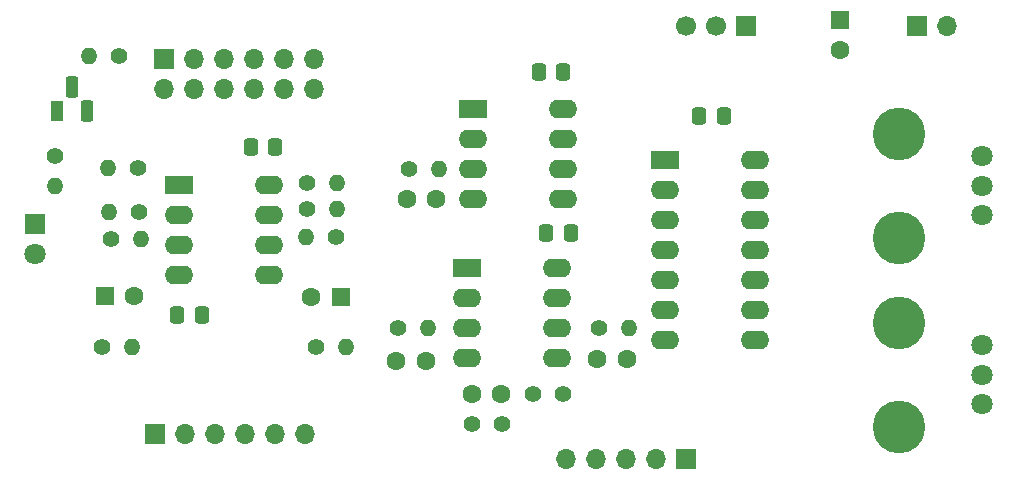
<source format=gbs>
%TF.GenerationSoftware,KiCad,Pcbnew,9.0.3*%
%TF.CreationDate,2025-07-27T11:41:57+09:00*%
%TF.ProjectId,LFOSeparate,4c464f53-6570-4617-9261-74652e6b6963,rev?*%
%TF.SameCoordinates,Original*%
%TF.FileFunction,Soldermask,Bot*%
%TF.FilePolarity,Negative*%
%FSLAX46Y46*%
G04 Gerber Fmt 4.6, Leading zero omitted, Abs format (unit mm)*
G04 Created by KiCad (PCBNEW 9.0.3) date 2025-07-27 11:41:57*
%MOMM*%
%LPD*%
G01*
G04 APERTURE LIST*
G04 Aperture macros list*
%AMRoundRect*
0 Rectangle with rounded corners*
0 $1 Rounding radius*
0 $2 $3 $4 $5 $6 $7 $8 $9 X,Y pos of 4 corners*
0 Add a 4 corners polygon primitive as box body*
4,1,4,$2,$3,$4,$5,$6,$7,$8,$9,$2,$3,0*
0 Add four circle primitives for the rounded corners*
1,1,$1+$1,$2,$3*
1,1,$1+$1,$4,$5*
1,1,$1+$1,$6,$7*
1,1,$1+$1,$8,$9*
0 Add four rect primitives between the rounded corners*
20,1,$1+$1,$2,$3,$4,$5,0*
20,1,$1+$1,$4,$5,$6,$7,0*
20,1,$1+$1,$6,$7,$8,$9,0*
20,1,$1+$1,$8,$9,$2,$3,0*%
G04 Aperture macros list end*
%ADD10C,1.600000*%
%ADD11R,1.600000X1.600000*%
%ADD12C,1.400000*%
%ADD13O,1.400000X1.400000*%
%ADD14R,1.700000X1.700000*%
%ADD15C,1.700000*%
%ADD16O,1.700000X1.700000*%
%ADD17R,2.400000X1.600000*%
%ADD18O,2.400000X1.600000*%
%ADD19R,1.800000X1.800000*%
%ADD20C,1.800000*%
%ADD21C,4.455000*%
%ADD22R,1.100000X1.800000*%
%ADD23RoundRect,0.275000X-0.275000X-0.625000X0.275000X-0.625000X0.275000X0.625000X-0.275000X0.625000X0*%
%ADD24RoundRect,0.250000X0.337500X0.475000X-0.337500X0.475000X-0.337500X-0.475000X0.337500X-0.475000X0*%
%ADD25RoundRect,0.250000X-0.337500X-0.475000X0.337500X-0.475000X0.337500X0.475000X-0.337500X0.475000X0*%
G04 APERTURE END LIST*
D10*
%TO.C,C3*%
X123917000Y-66304000D03*
X121417000Y-66304000D03*
%TD*%
D11*
%TO.C,C9*%
X116688000Y-60950000D03*
D10*
X114188000Y-60950000D03*
%TD*%
D12*
%TO.C,R5*%
X97220000Y-55997000D03*
D13*
X99760000Y-55997000D03*
%TD*%
D14*
%TO.C,J3*%
X151015000Y-37975000D03*
D15*
X148475000Y-37975000D03*
X145935000Y-37975000D03*
%TD*%
D14*
%TO.C,J5*%
X100965000Y-72517000D03*
D16*
X103505000Y-72517000D03*
X106045000Y-72517000D03*
X108585000Y-72517000D03*
X111125000Y-72517000D03*
X113665000Y-72517000D03*
%TD*%
D17*
%TO.C,IC3*%
X127874000Y-44968000D03*
D18*
X127874000Y-47508000D03*
X127874000Y-50048000D03*
X127874000Y-52588000D03*
X135494000Y-52588000D03*
X135494000Y-50048000D03*
X135494000Y-47508000D03*
X135494000Y-44968000D03*
%TD*%
D12*
%TO.C,R2*%
X138542000Y-63510000D03*
D13*
X141082000Y-63510000D03*
%TD*%
D19*
%TO.C,D2*%
X90800000Y-54760000D03*
D20*
X90800000Y-57300000D03*
%TD*%
D12*
%TO.C,R12*%
X97900000Y-40500000D03*
D13*
X95360000Y-40500000D03*
%TD*%
D12*
%TO.C,R11*%
X113857000Y-53500000D03*
D13*
X116397000Y-53500000D03*
%TD*%
D11*
%TO.C,C8*%
X96702000Y-60833000D03*
D10*
X99202000Y-60833000D03*
%TD*%
D12*
%TO.C,R1*%
X121524000Y-63510000D03*
D13*
X124064000Y-63510000D03*
%TD*%
D12*
%TO.C,R13*%
X92500000Y-49000000D03*
D13*
X92500000Y-51540000D03*
%TD*%
D12*
%TO.C,R6*%
X99660000Y-53711000D03*
D13*
X97120000Y-53711000D03*
%TD*%
D20*
%TO.C,VR1*%
X171000000Y-70000000D03*
X171000000Y-67500000D03*
X171000000Y-65000000D03*
D21*
X164000000Y-71900000D03*
X164000000Y-63100000D03*
%TD*%
D14*
%TO.C,J1*%
X145923000Y-74676000D03*
D16*
X143383000Y-74676000D03*
X140843000Y-74676000D03*
X138303000Y-74676000D03*
X135763000Y-74676000D03*
%TD*%
D17*
%TO.C,IC2*%
X127366000Y-58430000D03*
D18*
X127366000Y-60970000D03*
X127366000Y-63510000D03*
X127366000Y-66050000D03*
X134986000Y-66050000D03*
X134986000Y-63510000D03*
X134986000Y-60970000D03*
X134986000Y-58430000D03*
%TD*%
D22*
%TO.C,Q1*%
X92660000Y-45200000D03*
D23*
X93930000Y-43130000D03*
X95200000Y-45200000D03*
%TD*%
D12*
%TO.C,R9*%
X114619000Y-65141000D03*
D13*
X117159000Y-65141000D03*
%TD*%
D12*
%TO.C,R7*%
X99540000Y-50000000D03*
D13*
X97000000Y-50000000D03*
%TD*%
D12*
%TO.C,R14*%
X132980000Y-69100000D03*
X135520000Y-69100000D03*
%TD*%
%TO.C,R8*%
X113857000Y-51298000D03*
D13*
X116397000Y-51298000D03*
%TD*%
D17*
%TO.C,IC1*%
X144130000Y-49286000D03*
D18*
X144130000Y-51826000D03*
X144130000Y-54366000D03*
X144130000Y-56906000D03*
X144130000Y-59446000D03*
X144130000Y-61986000D03*
X144130000Y-64526000D03*
X151750000Y-64526000D03*
X151750000Y-61986000D03*
X151750000Y-59446000D03*
X151750000Y-56906000D03*
X151750000Y-54366000D03*
X151750000Y-51826000D03*
X151750000Y-49286000D03*
%TD*%
D10*
%TO.C,C5*%
X124806000Y-52588000D03*
X122306000Y-52588000D03*
%TD*%
D12*
%TO.C,R10*%
X116300000Y-55800000D03*
D13*
X113760000Y-55800000D03*
%TD*%
D12*
%TO.C,R15*%
X127800000Y-71700000D03*
X130340000Y-71700000D03*
%TD*%
D10*
%TO.C,C4*%
X138435000Y-66177000D03*
X140935000Y-66177000D03*
%TD*%
D20*
%TO.C,VR2*%
X171000000Y-54000000D03*
X171000000Y-51500000D03*
X171000000Y-49000000D03*
D21*
X164000000Y-55900000D03*
X164000000Y-47100000D03*
%TD*%
D12*
%TO.C,R4*%
X96458000Y-65151000D03*
D13*
X98998000Y-65151000D03*
%TD*%
D17*
%TO.C,U1*%
X102997000Y-51435000D03*
D18*
X102997000Y-53975000D03*
X102997000Y-56515000D03*
X102997000Y-59055000D03*
X110617000Y-59055000D03*
X110617000Y-56515000D03*
X110617000Y-53975000D03*
X110617000Y-51435000D03*
%TD*%
D10*
%TO.C,C12*%
X130300000Y-69100000D03*
X127800000Y-69100000D03*
%TD*%
D11*
%TO.C,C1*%
X159000000Y-37500000D03*
D10*
X159000000Y-40000000D03*
%TD*%
D14*
%TO.C,J4*%
X101727000Y-40767000D03*
D16*
X101727000Y-43307000D03*
X104267000Y-40767000D03*
X104267000Y-43307000D03*
X106807000Y-40767000D03*
X106807000Y-43307000D03*
X109347000Y-40767000D03*
X109347000Y-43307000D03*
X111887000Y-40767000D03*
X111887000Y-43307000D03*
X114427000Y-40767000D03*
X114427000Y-43307000D03*
%TD*%
D12*
%TO.C,R3*%
X122463000Y-50048000D03*
D13*
X125003000Y-50048000D03*
%TD*%
D14*
%TO.C,J2*%
X165460000Y-38000000D03*
D16*
X168000000Y-38000000D03*
%TD*%
D24*
%TO.C,C10*%
X135530500Y-41910000D03*
X133455500Y-41910000D03*
%TD*%
%TO.C,C6*%
X111146500Y-48260000D03*
X109071500Y-48260000D03*
%TD*%
D25*
%TO.C,C7*%
X102848500Y-62484000D03*
X104923500Y-62484000D03*
%TD*%
%TO.C,C11*%
X134090500Y-55499000D03*
X136165500Y-55499000D03*
%TD*%
%TO.C,C2*%
X147044500Y-45593000D03*
X149119500Y-45593000D03*
%TD*%
M02*

</source>
